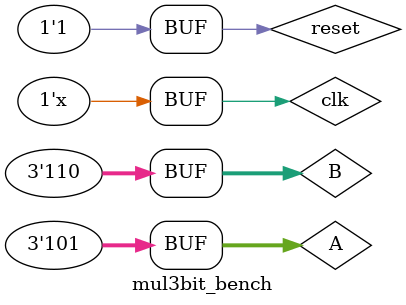
<source format=v>
`timescale 1ns / 1ps


module mul3bit_bench();
reg clk,reset;
reg [2:0] A,B;
//reg [3:0] A_w,B_w;

wire [5:0] result;
//wire [4:0] result_w;

mul_3bit mul_3bit1(
    .clk(clk),
    .reset(reset),
    .A(A),
    .B(B),
//    .A_w(A_w),
//    .B_w(B_w),
    .result(result)
//    .result_w(result_w)
);

initial clk = 1;
always #1 clk <= ~clk;

initial
begin
    reset<=1'b0;     A<=3'b101;  B<=3'b110;   //A_w<=4'b1001;   B_w<=4'b0101;
    #2 reset<=1'b1;

end









endmodule

</source>
